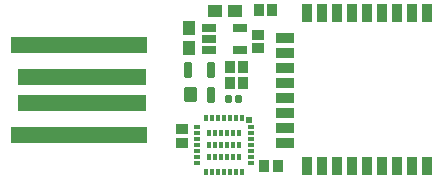
<source format=gbr>
G04 EAGLE Gerber RS-274X export*
G75*
%MOMM*%
%FSLAX34Y34*%
%LPD*%
%INSoldermask Top*%
%IPPOS*%
%AMOC8*
5,1,8,0,0,1.08239X$1,22.5*%
G01*
%ADD10R,0.300000X0.600000*%
%ADD11R,0.600000X0.300000*%
%ADD12R,0.500000X0.500000*%
%ADD13R,1.301600X0.651600*%
%ADD14R,1.101600X1.201600*%
%ADD15R,1.201600X1.101600*%
%ADD16R,1.001600X0.951600*%
%ADD17R,0.812800X1.524000*%
%ADD18R,1.524000X0.812800*%
%ADD19C,0.349309*%
%ADD20C,0.248975*%
%ADD21R,0.951600X1.001600*%
%ADD22C,0.372125*%
%ADD23R,11.531600X1.371600*%
%ADD24R,10.901600X1.371600*%


D10*
X207796Y49404D03*
X202796Y49404D03*
X197796Y49404D03*
X192796Y49404D03*
X187796Y49404D03*
X182796Y49404D03*
X177796Y49404D03*
D11*
X169796Y41404D03*
X169796Y36404D03*
X169796Y31404D03*
X169796Y26404D03*
X169796Y21404D03*
X169796Y16404D03*
X169796Y11404D03*
D10*
X177796Y3404D03*
X182796Y3404D03*
X187796Y3404D03*
X192796Y3404D03*
X197796Y3404D03*
X202796Y3404D03*
X207796Y3404D03*
D11*
X215796Y11404D03*
X215796Y16404D03*
X215796Y21404D03*
X215796Y26404D03*
X215796Y31404D03*
X215796Y36404D03*
X215796Y41404D03*
D12*
X213821Y47429D03*
D10*
X205296Y36404D03*
X205296Y26404D03*
X205296Y16404D03*
X200296Y36404D03*
X200296Y26404D03*
X200296Y16404D03*
X195296Y36404D03*
X195296Y26404D03*
X195296Y16404D03*
X190296Y36404D03*
X190296Y26404D03*
X190296Y16404D03*
X185296Y36404D03*
X185296Y26404D03*
X185296Y16404D03*
X180296Y36404D03*
X180296Y26404D03*
X180296Y16404D03*
D13*
X180468Y125506D03*
X180468Y116006D03*
X180468Y106506D03*
X206470Y106506D03*
X206470Y125506D03*
D14*
X163288Y108188D03*
X163288Y125188D03*
D15*
X185306Y139944D03*
X202306Y139944D03*
D16*
X157469Y28026D03*
X157469Y39626D03*
D17*
X262959Y8191D03*
X275659Y8191D03*
X288359Y8191D03*
X301059Y8191D03*
X313759Y8191D03*
X326459Y8191D03*
X339159Y8191D03*
X351859Y8191D03*
D18*
X244169Y28041D03*
X244169Y40741D03*
X244169Y53441D03*
X244169Y66141D03*
X244169Y78841D03*
X244169Y91541D03*
X244169Y104241D03*
D17*
X262959Y138161D03*
X275659Y138161D03*
X288359Y138161D03*
X301059Y138161D03*
X313759Y138161D03*
X326459Y138161D03*
X339159Y138161D03*
X351859Y138161D03*
D18*
X244169Y116941D03*
D17*
X364559Y138161D03*
X364559Y8191D03*
D19*
X167862Y64238D02*
X167862Y74162D01*
X167862Y64238D02*
X160438Y64238D01*
X160438Y74162D01*
X167862Y74162D01*
X167862Y67556D02*
X160438Y67556D01*
X160438Y70874D02*
X167862Y70874D01*
D20*
X183563Y74663D02*
X183563Y63737D01*
X179137Y63737D01*
X179137Y74663D01*
X183563Y74663D01*
X183563Y66102D02*
X179137Y66102D01*
X179137Y68467D02*
X183563Y68467D01*
X183563Y70832D02*
X179137Y70832D01*
X179137Y73197D02*
X183563Y73197D01*
X183563Y84837D02*
X183563Y95763D01*
X183563Y84837D02*
X179137Y84837D01*
X179137Y95763D01*
X183563Y95763D01*
X183563Y87202D02*
X179137Y87202D01*
X179137Y89567D02*
X183563Y89567D01*
X183563Y91932D02*
X179137Y91932D01*
X179137Y94297D02*
X183563Y94297D01*
X164363Y95763D02*
X164363Y84837D01*
X159937Y84837D01*
X159937Y95763D01*
X164363Y95763D01*
X164363Y87202D02*
X159937Y87202D01*
X159937Y89567D02*
X164363Y89567D01*
X164363Y91932D02*
X159937Y91932D01*
X159937Y94297D02*
X164363Y94297D01*
D21*
X209300Y92800D03*
X197700Y92800D03*
X209200Y78950D03*
X197600Y78950D03*
D22*
X203972Y66648D02*
X206668Y66648D01*
X206668Y63352D01*
X203972Y63352D01*
X203972Y66648D01*
X198028Y66648D02*
X195332Y66648D01*
X198028Y66648D02*
X198028Y63352D01*
X195332Y63352D01*
X195332Y66648D01*
D21*
X227100Y9000D03*
X238700Y9000D03*
D16*
X222000Y119800D03*
X222000Y108200D03*
D21*
X233800Y141000D03*
X222200Y141000D03*
D23*
X69750Y34875D03*
D24*
X72925Y62180D03*
X72925Y83770D03*
D23*
X69750Y111075D03*
M02*

</source>
